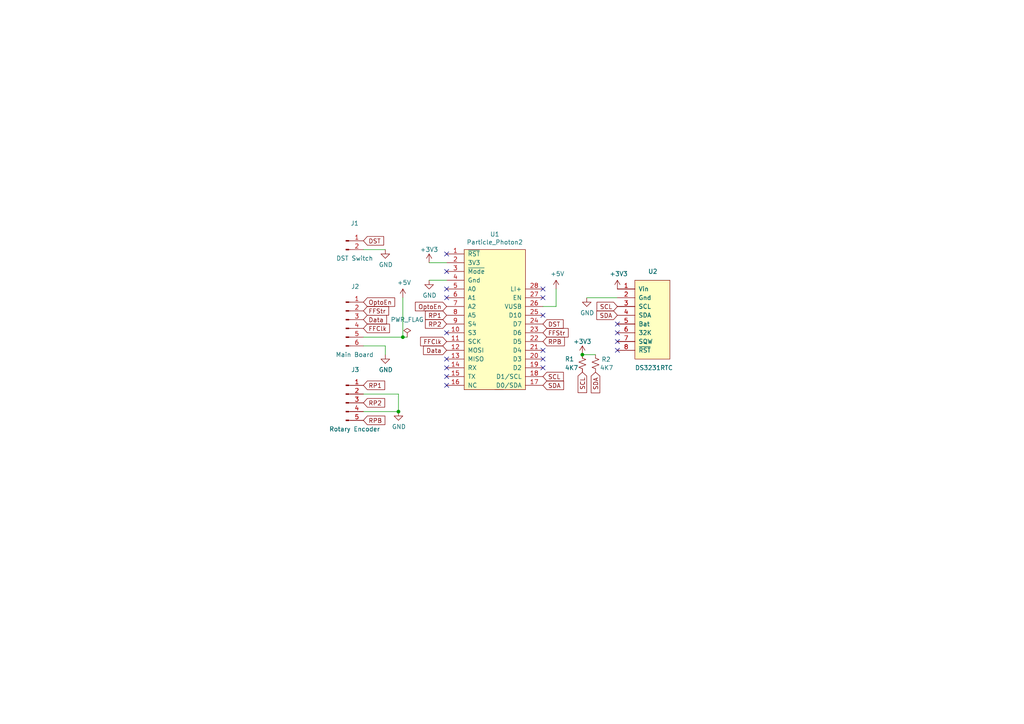
<source format=kicad_sch>
(kicad_sch (version 20230121) (generator eeschema)
  (paper "A4")
  (lib_symbols
    (symbol "Device:R_Small_US" (pin_numbers hide) (pin_names (offset 0.254) hide)
      (property "Reference" "R" (at 0.762 0.508 0))
      (property "Value" "R_Small_US" (at 0.762 -1.016 0))
      (symbol "R_Small_US_1_1"
        (polyline (pts (xy 0 0) (xy 1.016 -0.381) (xy 0 -0.762) (xy -1.016 -1.143) (xy 0 -1.524)))
        (polyline (pts (xy 0 1.524) (xy 1.016 1.143) (xy 0 0.762) (xy -1.016 0.381) (xy 0 0)))
        (pin passive line (at 0 2.54 270) (length 1.016) (name "~") (number "1"))
        (pin passive line (at 0 -2.54 90) (length 1.016) (name "~") (number "2"))
      )
    )
    (symbol "NixiePhoton2Ctrl-rescue:+3.3V-power" (power) (pin_names (offset 0))
      (property "Value" "+3.3V-power" (at 0 3.556 0))
      (symbol "+3.3V-power_0_1"
        (polyline (pts (xy -0.762 1.27) (xy 0 2.54)))
        (polyline (pts (xy 0 0) (xy 0 2.54)))
        (polyline (pts (xy 0 2.54) (xy 0.762 1.27)))
      )
      (symbol "+3.3V-power_1_1"
        (pin power_in line (at 0 0 90) (length 0) hide (name "+3V3") (number "1"))
      )
    )
    (symbol "NixiePhoton2Ctrl-rescue:Conn_01x02_Male-Connector" (pin_names (offset 1.016) hide)
      (property "Reference" "J" (at 0 2.54 0))
      (property "Value" "Connector_Conn_01x02_Male" (at 0 -5.08 0))
      (symbol "Conn_01x02_Male-Connector_1_1"
        (polyline (pts (xy 1.27 -2.54) (xy 0.8636 -2.54)) (stroke (width 0.1524)))
        (polyline (pts (xy 1.27 0) (xy 0.8636 0)) (stroke (width 0.1524)))
        (rectangle (start 0.8636 -2.413) (end 0 -2.667) (stroke (width 0.1524)) (fill (type outline)))
        (rectangle (start 0.8636 0.127) (end 0 -0.127) (stroke (width 0.1524)) (fill (type outline)))
        (pin passive line (at 5.08 0 180) (length 3.81) (name "Pin_1") (number "1"))
        (pin passive line (at 5.08 -2.54 180) (length 3.81) (name "Pin_2") (number "2"))
      )
    )
    (symbol "NixiePhoton2Ctrl-rescue:Conn_01x05_Male-Connector" (pin_names (offset 1.016) hide)
      (property "Reference" "J" (at 0 7.62 0))
      (property "Value" "Connector_Conn_01x05_Male" (at 0 -7.62 0))
      (symbol "Conn_01x05_Male-Connector_1_1"
        (polyline (pts (xy 1.27 -5.08) (xy 0.8636 -5.08)) (stroke (width 0.1524)))
        (polyline (pts (xy 1.27 -2.54) (xy 0.8636 -2.54)) (stroke (width 0.1524)))
        (polyline (pts (xy 1.27 0) (xy 0.8636 0)) (stroke (width 0.1524)))
        (polyline (pts (xy 1.27 2.54) (xy 0.8636 2.54)) (stroke (width 0.1524)))
        (polyline (pts (xy 1.27 5.08) (xy 0.8636 5.08)) (stroke (width 0.1524)))
        (rectangle (start 0.8636 -4.953) (end 0 -5.207) (stroke (width 0.1524)) (fill (type outline)))
        (rectangle (start 0.8636 -2.413) (end 0 -2.667) (stroke (width 0.1524)) (fill (type outline)))
        (rectangle (start 0.8636 0.127) (end 0 -0.127) (stroke (width 0.1524)) (fill (type outline)))
        (rectangle (start 0.8636 2.667) (end 0 2.413) (stroke (width 0.1524)) (fill (type outline)))
        (rectangle (start 0.8636 5.207) (end 0 4.953) (stroke (width 0.1524)) (fill (type outline)))
        (pin passive line (at 5.08 5.08 180) (length 3.81) (name "Pin_1") (number "1"))
        (pin passive line (at 5.08 2.54 180) (length 3.81) (name "Pin_2") (number "2"))
        (pin passive line (at 5.08 0 180) (length 3.81) (name "Pin_3") (number "3"))
        (pin passive line (at 5.08 -2.54 180) (length 3.81) (name "Pin_4") (number "4"))
        (pin passive line (at 5.08 -5.08 180) (length 3.81) (name "Pin_5") (number "5"))
      )
    )
    (symbol "NixiePhoton2Ctrl-rescue:Conn_01x06_Male-Connector" (pin_names (offset 1.016) hide)
      (property "Reference" "J" (at 0 7.62 0))
      (property "Value" "Connector_Conn_01x06_Male" (at 0 -10.16 0))
      (symbol "Conn_01x06_Male-Connector_1_1"
        (polyline (pts (xy 1.27 -7.62) (xy 0.8636 -7.62)) (stroke (width 0.1524)))
        (polyline (pts (xy 1.27 -5.08) (xy 0.8636 -5.08)) (stroke (width 0.1524)))
        (polyline (pts (xy 1.27 -2.54) (xy 0.8636 -2.54)) (stroke (width 0.1524)))
        (polyline (pts (xy 1.27 0) (xy 0.8636 0)) (stroke (width 0.1524)))
        (polyline (pts (xy 1.27 2.54) (xy 0.8636 2.54)) (stroke (width 0.1524)))
        (polyline (pts (xy 1.27 5.08) (xy 0.8636 5.08)) (stroke (width 0.1524)))
        (rectangle (start 0.8636 -7.493) (end 0 -7.747) (stroke (width 0.1524)) (fill (type outline)))
        (rectangle (start 0.8636 -4.953) (end 0 -5.207) (stroke (width 0.1524)) (fill (type outline)))
        (rectangle (start 0.8636 -2.413) (end 0 -2.667) (stroke (width 0.1524)) (fill (type outline)))
        (rectangle (start 0.8636 0.127) (end 0 -0.127) (stroke (width 0.1524)) (fill (type outline)))
        (rectangle (start 0.8636 2.667) (end 0 2.413) (stroke (width 0.1524)) (fill (type outline)))
        (rectangle (start 0.8636 5.207) (end 0 4.953) (stroke (width 0.1524)) (fill (type outline)))
        (pin passive line (at 5.08 5.08 180) (length 3.81) (name "Pin_1") (number "1"))
        (pin passive line (at 5.08 2.54 180) (length 3.81) (name "Pin_2") (number "2"))
        (pin passive line (at 5.08 0 180) (length 3.81) (name "Pin_3") (number "3"))
        (pin passive line (at 5.08 -2.54 180) (length 3.81) (name "Pin_4") (number "4"))
        (pin passive line (at 5.08 -5.08 180) (length 3.81) (name "Pin_5") (number "5"))
        (pin passive line (at 5.08 -7.62 180) (length 3.81) (name "Pin_6") (number "6"))
      )
    )
    (symbol "NixiePhoton2Ctrl-rescue:DS3231RTC-medido2" (pin_names (offset 1.016))
      (property "Reference" "U" (at 0 5.08 0))
      (property "Value" "medido2_DS3231RTC" (at 0 0 0))
      (symbol "DS3231RTC-medido2_0_1"
        (rectangle (start -11.43 -7.62) (end 11.43 2.54) (fill (type background)))
      )
      (symbol "DS3231RTC-medido2_1_1"
        (pin power_in line (at -8.89 -12.7 90) (length 5.08) (name "Vin") (number "1"))
        (pin power_in line (at -6.35 -12.7 90) (length 5.08) (name "Gnd") (number "2"))
        (pin input line (at -3.81 -12.7 90) (length 5.08) (name "SCL") (number "3"))
        (pin bidirectional line (at -1.27 -12.7 90) (length 5.08) (name "SDA") (number "4"))
        (pin power_out line (at 1.27 -12.7 90) (length 5.08) (name "Bat") (number "5"))
        (pin output line (at 3.81 -12.7 90) (length 5.08) (name "32K") (number "6"))
        (pin output line (at 6.35 -12.7 90) (length 5.08) (name "SQW") (number "7"))
        (pin input line (at 8.89 -12.7 90) (length 5.08) (name "~{RST}") (number "8"))
      )
    )
    (symbol "NixiePhoton2Ctrl-rescue:Particle_Photon2-medido2" (pin_names (offset 1.016))
      (property "Reference" "U" (at 0 25.4 0))
      (property "Value" "medido2_Particle_Photon2" (at 0 -22.86 0))
      (symbol "Particle_Photon2-medido2_1_1"
        (rectangle (start -8.89 21.59) (end 8.89 -19.05) (fill (type background)))
        (rectangle (start 2.54 -19.05) (end 0 -19.05) (fill (type background)))
        (pin input line (at -13.97 20.32 0) (length 5.08) (name "~{RST}") (number "1"))
        (pin unspecified line (at -13.97 -2.54 0) (length 5.08) (name "S3") (number "10"))
        (pin output line (at -13.97 -5.08 0) (length 5.08) (name "SCK") (number "11"))
        (pin output line (at -13.97 -7.62 0) (length 5.08) (name "MOSI") (number "12"))
        (pin input line (at -13.97 -10.16 0) (length 5.08) (name "MISO") (number "13"))
        (pin input line (at -13.97 -12.7 0) (length 5.08) (name "RX") (number "14"))
        (pin output line (at -13.97 -15.24 0) (length 5.08) (name "TX") (number "15"))
        (pin unspecified line (at -13.97 -17.78 0) (length 5.08) (name "NC") (number "16"))
        (pin bidirectional line (at 13.97 -17.78 180) (length 5.08) (name "D0/SDA") (number "17"))
        (pin output line (at 13.97 -15.24 180) (length 5.08) (name "D1/SCL") (number "18"))
        (pin unspecified line (at 13.97 -12.7 180) (length 5.08) (name "D2") (number "19"))
        (pin power_out line (at -13.97 17.78 0) (length 5.08) (name "3V3") (number "2"))
        (pin unspecified line (at 13.97 -10.16 180) (length 5.08) (name "D3") (number "20"))
        (pin unspecified line (at 13.97 -7.62 180) (length 5.08) (name "D4") (number "21"))
        (pin unspecified line (at 13.97 -5.08 180) (length 5.08) (name "D5") (number "22"))
        (pin unspecified line (at 13.97 -2.54 180) (length 5.08) (name "D6") (number "23"))
        (pin unspecified line (at 13.97 0 180) (length 5.08) (name "D7") (number "24"))
        (pin unspecified line (at 13.97 2.54 180) (length 5.08) (name "D10") (number "25"))
        (pin power_in line (at 13.97 5.08 180) (length 5.08) (name "VUSB") (number "26"))
        (pin unspecified line (at 13.97 7.62 180) (length 5.08) (name "EN") (number "27"))
        (pin unspecified line (at 13.97 10.16 180) (length 5.08) (name "LI+") (number "28"))
        (pin input line (at -13.97 15.24 0) (length 5.08) (name "~{Mode}") (number "3"))
        (pin power_out line (at -13.97 12.7 0) (length 5.08) (name "Gnd") (number "4"))
        (pin unspecified line (at -13.97 10.16 0) (length 5.08) (name "A0") (number "5"))
        (pin unspecified line (at -13.97 7.62 0) (length 5.08) (name "A1") (number "6"))
        (pin unspecified line (at -13.97 5.08 0) (length 5.08) (name "A2") (number "7"))
        (pin unspecified line (at -13.97 2.54 0) (length 5.08) (name "A5") (number "8"))
        (pin unspecified line (at -13.97 0 0) (length 5.08) (name "S4") (number "9"))
      )
    )
    (symbol "power:+5V" (power) (pin_names (offset 0))
      (property "Value" "+5V" (at 0 3.556 0))
      (symbol "+5V_0_1"
        (polyline (pts (xy -0.762 1.27) (xy 0 2.54)))
        (polyline (pts (xy 0 0) (xy 0 2.54)))
        (polyline (pts (xy 0 2.54) (xy 0.762 1.27)))
      )
      (symbol "+5V_1_1"
        (pin power_in line (at 0 0 90) (length 0) hide (name "+5V") (number "1"))
      )
    )
    (symbol "power:GND" (power) (pin_names (offset 0))
      (property "Value" "GND" (at 0 -3.81 0))
      (symbol "GND_0_1"
        (polyline (pts (xy 0 0) (xy 0 -1.27) (xy 1.27 -1.27) (xy 0 -2.54) (xy -1.27 -1.27) (xy 0 -1.27)))
      )
      (symbol "GND_1_1"
        (pin power_in line (at 0 0 270) (length 0) hide (name "GND") (number "1"))
      )
    )
    (symbol "power:PWR_FLAG" (power) (pin_numbers hide) (pin_names (offset 0) hide)
      (property "Value" "PWR_FLAG" (at 0 3.81 0))
      (symbol "PWR_FLAG_0_0"
        (pin power_out line (at 0 0 90) (length 0) (name "pwr") (number "1"))
      )
      (symbol "PWR_FLAG_0_1"
        (polyline (pts (xy 0 0) (xy 0 1.27) (xy -1.016 1.905) (xy 0 2.54) (xy 1.016 1.905) (xy 0 1.27)))
      )
    )
  )
  (junction (at 168.91 102.87))
  (junction (at 116.84 97.79))
  (junction (at 115.57 119.38))
  (no_connect (at 129.54 96.52))
  (no_connect (at 129.54 78.74))
  (no_connect (at 157.48 101.6))
  (no_connect (at 129.54 104.14))
  (no_connect (at 179.07 96.52))
  (no_connect (at 129.54 83.82))
  (no_connect (at 129.54 86.36))
  (no_connect (at 157.48 104.14))
  (no_connect (at 129.54 109.22))
  (no_connect (at 157.48 106.68))
  (no_connect (at 157.48 86.36))
  (no_connect (at 179.07 99.06))
  (no_connect (at 157.48 83.82))
  (no_connect (at 129.54 73.66))
  (no_connect (at 129.54 106.68))
  (no_connect (at 129.54 111.76))
  (no_connect (at 179.07 93.98))
  (no_connect (at 157.48 91.44))
  (no_connect (at 179.07 101.6))
  (wire (pts (xy 168.91 102.87) (xy 172.72 102.87)))
  (wire (pts (xy 105.41 97.79) (xy 116.84 97.79)))
  (wire (pts (xy 105.41 119.38) (xy 115.57 119.38)))
  (wire (pts (xy 115.57 114.3) (xy 115.57 119.38)))
  (wire (pts (xy 116.84 97.79) (xy 116.84 86.36)))
  (wire (pts (xy 105.41 114.3) (xy 115.57 114.3)))
  (wire (pts (xy 116.84 97.79) (xy 118.11 97.79)))
  (wire (pts (xy 105.41 72.39) (xy 111.76 72.39)))
  (wire (pts (xy 105.41 100.33) (xy 111.76 100.33)))
  (wire (pts (xy 124.46 76.2) (xy 129.54 76.2)))
  (wire (pts (xy 124.46 81.28) (xy 129.54 81.28)))
  (wire (pts (xy 157.48 88.9) (xy 161.29 88.9)))
  (wire (pts (xy 170.18 86.36) (xy 179.07 86.36)))
  (wire (pts (xy 111.76 100.33) (xy 111.76 102.87)))
  (wire (pts (xy 161.29 88.9) (xy 161.29 83.82)))
  (global_label "RPB" (shape input) (at 105.41 121.92 0) (property "Intersheetrefs" "${INTERSHEET_REFS}" (effects hide)))
  (global_label "SDA" (shape input) (at 157.48 111.76 0) (property "Intersheetrefs" "${INTERSHEET_REFS}" (effects hide)))
  (global_label "FFStr" (shape input) (at 157.48 96.52 0) (property "Intersheetrefs" "${INTERSHEET_REFS}" (effects hide)))
  (global_label "Data" (shape input) (at 105.41 92.71 0) (property "Intersheetrefs" "${INTERSHEET_REFS}" (effects hide)))
  (global_label "OptoEn" (shape input) (at 129.54 88.9 180) (property "Intersheetrefs" "${INTERSHEET_REFS}" (effects hide)))
  (global_label "SCL" (shape input) (at 179.07 88.9 180) (property "Intersheetrefs" "${INTERSHEET_REFS}" (effects hide)))
  (global_label "RPB" (shape input) (at 157.48 99.06 0) (property "Intersheetrefs" "${INTERSHEET_REFS}" (effects hide)))
  (global_label "FFClk" (shape input) (at 105.41 95.25 0) (property "Intersheetrefs" "${INTERSHEET_REFS}" (effects hide)))
  (global_label "OptoEn" (shape input) (at 105.41 87.63 0) (property "Intersheetrefs" "${INTERSHEET_REFS}" (effects hide)))
  (global_label "DST" (shape input) (at 105.41 69.85 0) (property "Intersheetrefs" "${INTERSHEET_REFS}" (effects hide)))
  (global_label "Data" (shape input) (at 129.54 101.6 180) (property "Intersheetrefs" "${INTERSHEET_REFS}" (effects hide)))
  (global_label "DST" (shape input) (at 157.48 93.98 0) (property "Intersheetrefs" "${INTERSHEET_REFS}" (effects hide)))
  (global_label "SDA" (shape input) (at 172.72 107.95 270) (property "Intersheetrefs" "${INTERSHEET_REFS}" (effects hide)))
  (global_label "FFStr" (shape input) (at 105.41 90.17 0) (property "Intersheetrefs" "${INTERSHEET_REFS}" (effects hide)))
  (global_label "SCL" (shape input) (at 168.91 107.95 270) (property "Intersheetrefs" "${INTERSHEET_REFS}" (effects hide)))
  (global_label "RP1" (shape input) (at 129.54 91.44 180) (property "Intersheetrefs" "${INTERSHEET_REFS}" (effects hide)))
  (global_label "RP2" (shape input) (at 105.41 116.84 0) (property "Intersheetrefs" "${INTERSHEET_REFS}" (effects hide)))
  (global_label "SCL" (shape input) (at 157.48 109.22 0) (property "Intersheetrefs" "${INTERSHEET_REFS}" (effects hide)))
  (global_label "RP1" (shape input) (at 105.41 111.76 0) (property "Intersheetrefs" "${INTERSHEET_REFS}" (effects hide)))
  (global_label "SDA" (shape input) (at 179.07 91.44 180) (property "Intersheetrefs" "${INTERSHEET_REFS}" (effects hide)))
  (global_label "FFClk" (shape input) (at 129.54 99.06 180) (property "Intersheetrefs" "${INTERSHEET_REFS}" (effects hide)))
  (global_label "RP2" (shape input) (at 129.54 93.98 180) (property "Intersheetrefs" "${INTERSHEET_REFS}" (effects hide)))
  (symbol (lib_id "NixiePhoton2Ctrl-rescue:Conn_01x06_Male-Connector") (at 100.33 92.71 0) (unit 1)
    (property "Reference" "J2" (at 103.0224 83.1088 0))
    (property "Value" "Main Board" (at 102.87 102.87 0))
    (property "Footprint" "Connector_PinHeader_2.54mm:PinHeader_1x06_P2.54mm_Vertical" (effects hide))
  )
  (symbol (lib_id "NixiePhoton2Ctrl-rescue:Conn_01x05_Male-Connector") (at 100.33 116.84 0) (unit 1)
    (property "Reference" "J3" (at 103.0224 107.2388 0))
    (property "Value" "Rotary Encoder" (at 102.87 124.46 0))
    (property "Footprint" "Connector_PinHeader_2.54mm:PinHeader_1x05_P2.54mm_Vertical" (effects hide))
  )
  (symbol (lib_id "NixiePhoton2Ctrl-rescue:Conn_01x02_Male-Connector") (at 100.33 69.85 0) (unit 1)
    (property "Reference" "J1" (at 102.87 64.77 0))
    (property "Value" "DST Switch" (at 102.87 74.93 0))
    (property "Footprint" "Connector_PinHeader_2.54mm:PinHeader_1x02_P2.54mm_Vertical" (effects hide))
  )
  (symbol (lib_id "power:GND") (at 111.76 72.39 0) (unit 1)
    (property "Reference" "#PWR01" (effects hide))
    (property "Value" "GND" (at 111.887 76.7842 0))
  )
  (symbol (lib_id "power:GND") (at 115.57 119.38 0) (unit 1)
    (property "Reference" "#PWR03" (effects hide))
    (property "Value" "GND" (at 115.697 123.7742 0))
  )
  (symbol (lib_id "power:GND") (at 124.46 81.28 0) (unit 1)
    (property "Reference" "#PWR05" (effects hide))
    (property "Value" "GND" (at 124.587 85.6742 0))
  )
  (symbol (lib_id "NixiePhoton2Ctrl-rescue:DS3231RTC-medido2") (at 191.77 92.71 270) (unit 1)
    (property "Reference" "U2" (at 187.96 78.74 90) (effects (justify left)))
    (property "Value" "DS3231RTC" (at 184.15 106.68 90) (effects (justify left)))
    (property "Footprint" "MedidoFootprints:DS3231RTC" (effects hide))
  )
  (symbol (lib_id "power:GND") (at 170.18 86.36 0) (unit 1)
    (property "Reference" "#PWR07" (effects hide))
    (property "Value" "GND" (at 170.307 90.7542 0))
  )
  (symbol (lib_id "power:GND") (at 111.76 102.87 0) (unit 1)
    (property "Reference" "#PWR02" (effects hide))
    (property "Value" "GND" (at 111.887 107.2642 0))
  )
  (symbol (lib_id "power:+5V") (at 116.84 86.36 0) (unit 1)
    (property "Reference" "#PWR04" (effects hide))
    (property "Value" "+5V" (at 117.221 81.9658 0))
  )
  (symbol (lib_id "power:+5V") (at 161.29 83.82 0) (unit 1)
    (property "Reference" "#PWR06" (effects hide))
    (property "Value" "+5V" (at 161.671 79.4258 0))
  )
  (symbol (lib_id "Device:R_Small_US") (at 172.72 105.41 0) (unit 1)
    (property "Reference" "R2" (at 174.4472 104.2416 0) (effects (justify left)))
    (property "Value" "4K7" (at 173.99 106.68 0) (effects (justify left)))
    (property "Footprint" "Resistor_THT:R_Axial_DIN0207_L6.3mm_D2.5mm_P7.62mm_Horizontal" (effects hide))
  )
  (symbol (lib_id "Device:R_Small_US") (at 168.91 105.41 0) (unit 1)
    (property "Reference" "R1" (at 163.83 104.14 0) (effects (justify left)))
    (property "Value" "4K7" (at 163.83 106.68 0) (effects (justify left)))
    (property "Footprint" "Resistor_THT:R_Axial_DIN0207_L6.3mm_D2.5mm_P7.62mm_Horizontal" (effects hide))
  )
  (symbol (lib_id "NixiePhoton2Ctrl-rescue:+3.3V-power") (at 124.46 76.2 0) (unit 1)
    (property "Reference" "#PWR0101" (effects hide))
    (property "Value" "+3.3V" (at 124.46 72.39 0))
  )
  (symbol (lib_id "NixiePhoton2Ctrl-rescue:+3.3V-power") (at 179.07 83.82 0) (unit 1)
    (property "Reference" "#PWR0102" (effects hide))
    (property "Value" "+3.3V" (at 179.451 79.4258 0))
  )
  (symbol (lib_id "NixiePhoton2Ctrl-rescue:+3.3V-power") (at 168.91 102.87 0) (unit 1)
    (property "Reference" "#PWR0103" (effects hide))
    (property "Value" "+3.3V" (at 168.91 99.06 0))
  )
  (symbol (lib_id "NixiePhoton2Ctrl-rescue:Particle_Photon2-medido2") (at 143.51 93.98 0) (unit 1)
    (property "Reference" "U1" (at 143.51 67.945 0))
    (property "Value" "Particle_Photon2" (at 143.51 70.2564 0))
    (property "Footprint" "MedidoFootprints:Particle_Photon2" (effects hide))
  )
  (symbol (lib_id "power:PWR_FLAG") (at 118.11 97.79 0) (unit 1)
    (property "Reference" "#FLG01" (effects hide))
    (property "Value" "PWR_FLAG" (at 118.11 92.71 0))
  )
)
</source>
